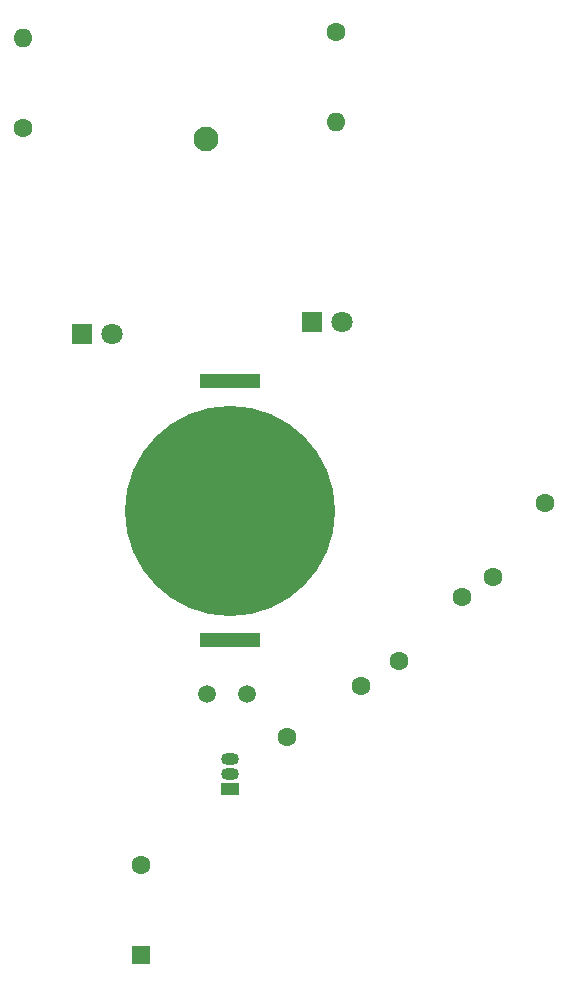
<source format=gbr>
%TF.GenerationSoftware,KiCad,Pcbnew,9.0.1*%
%TF.CreationDate,2025-04-10T00:36:24+08:00*%
%TF.ProjectId,juicePCB,6a756963-6550-4434-922e-6b696361645f,rev?*%
%TF.SameCoordinates,Original*%
%TF.FileFunction,Soldermask,Bot*%
%TF.FilePolarity,Negative*%
%FSLAX46Y46*%
G04 Gerber Fmt 4.6, Leading zero omitted, Abs format (unit mm)*
G04 Created by KiCad (PCBNEW 9.0.1) date 2025-04-10 00:36:24*
%MOMM*%
%LPD*%
G01*
G04 APERTURE LIST*
G04 Aperture macros list*
%AMRoundRect*
0 Rectangle with rounded corners*
0 $1 Rounding radius*
0 $2 $3 $4 $5 $6 $7 $8 $9 X,Y pos of 4 corners*
0 Add a 4 corners polygon primitive as box body*
4,1,4,$2,$3,$4,$5,$6,$7,$8,$9,$2,$3,0*
0 Add four circle primitives for the rounded corners*
1,1,$1+$1,$2,$3*
1,1,$1+$1,$4,$5*
1,1,$1+$1,$6,$7*
1,1,$1+$1,$8,$9*
0 Add four rect primitives between the rounded corners*
20,1,$1+$1,$2,$3,$4,$5,0*
20,1,$1+$1,$4,$5,$6,$7,0*
20,1,$1+$1,$6,$7,$8,$9,0*
20,1,$1+$1,$8,$9,$2,$3,0*%
%AMHorizOval*
0 Thick line with rounded ends*
0 $1 width*
0 $2 $3 position (X,Y) of the first rounded end (center of the circle)*
0 $4 $5 position (X,Y) of the second rounded end (center of the circle)*
0 Add line between two ends*
20,1,$1,$2,$3,$4,$5,0*
0 Add two circle primitives to create the rounded ends*
1,1,$1,$2,$3*
1,1,$1,$4,$5*%
G04 Aperture macros list end*
%ADD10C,1.600000*%
%ADD11HorizOval,1.600000X0.000000X0.000000X0.000000X0.000000X0*%
%ADD12R,1.800000X1.800000*%
%ADD13C,1.800000*%
%ADD14O,1.600000X1.600000*%
%ADD15C,1.500000*%
%ADD16HorizOval,1.600000X0.000000X0.000000X0.000000X0.000000X0*%
%ADD17C,2.100000*%
%ADD18HorizOval,1.600000X0.000000X0.000000X0.000000X0.000000X0*%
%ADD19R,1.500000X1.050000*%
%ADD20O,1.500000X1.050000*%
%ADD21RoundRect,0.250000X0.550000X-0.550000X0.550000X0.550000X-0.550000X0.550000X-0.550000X-0.550000X0*%
%ADD22R,5.080000X1.270000*%
%ADD23C,17.800000*%
G04 APERTURE END LIST*
D10*
%TO.C,R1*%
X151805844Y-119639234D03*
D11*
X158047783Y-115268581D03*
%TD*%
D12*
%TO.C,D1*%
X134386813Y-85453907D03*
D13*
X136926813Y-85453907D03*
%TD*%
D10*
%TO.C,R2*%
X129426813Y-68073907D03*
D14*
X129426813Y-60453907D03*
%TD*%
D15*
%TO.C,R6*%
X145026813Y-115953907D03*
X148426813Y-115953907D03*
%TD*%
D10*
%TO.C,R3*%
X155926813Y-59953907D03*
D14*
X155926813Y-67573907D03*
%TD*%
D10*
%TO.C,R5*%
X169241487Y-106074877D03*
D16*
X173612139Y-99832938D03*
%TD*%
D17*
%TO.C,KEYCHAIN*%
X144926813Y-68953907D03*
%TD*%
D10*
%TO.C,R4*%
X161232736Y-113147984D03*
D18*
X166620890Y-107759830D03*
%TD*%
D12*
%TO.C,D2*%
X153886813Y-84453907D03*
D13*
X156426813Y-84453907D03*
%TD*%
D19*
%TO.C,Q1*%
X146926813Y-123993907D03*
D20*
X146926813Y-122723907D03*
X146926813Y-121453907D03*
%TD*%
D21*
%TO.C,SW1*%
X139426813Y-138073907D03*
D10*
X139426813Y-130453907D03*
%TD*%
D22*
%TO.C,BT1*%
X146926813Y-89468907D03*
X146926813Y-111438907D03*
D23*
X146926813Y-100453907D03*
%TD*%
M02*

</source>
